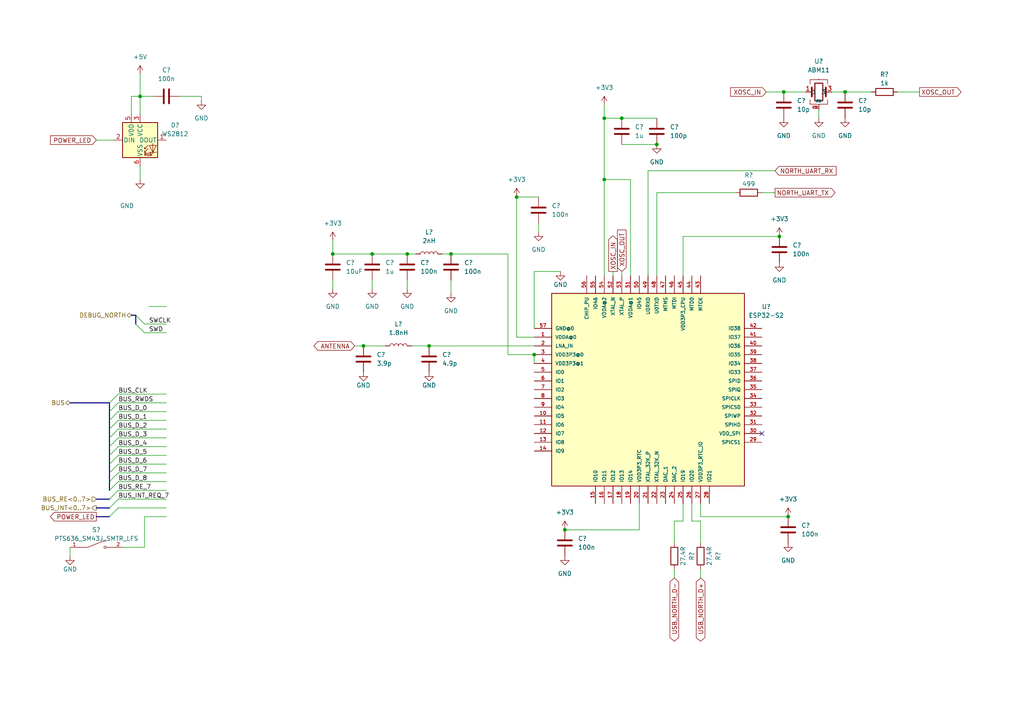
<source format=kicad_sch>
(kicad_sch (version 20211123) (generator eeschema)
  (paper "A4")
  (lib_symbols
    (symbol "ABM11:ABM11"
      (property "Reference" "U" (at 0 0 0))
      (property "Value" "ABM11" (at 0 -2.54 0))
      (symbol "ABM11_0_1"
        (rectangle (start -1.143 -6.35) (end 1.143 -11.43) (stroke (width 0.3048)))
        (polyline (pts (xy -2.54 -8.89) (xy -2.032 -8.89)))
        (polyline (pts (xy -2.032 -10.16) (xy -2.032 -7.62)) (stroke (width 0.508)))
        (polyline (pts (xy 0 -12.7) (xy 0 -12.446)))
        (polyline (pts (xy 0 -5.334) (xy 0 -5.08)))
        (polyline (pts (xy 2.032 -10.16) (xy 2.032 -7.62)) (stroke (width 0.508)))
        (polyline (pts (xy 2.032 -8.89) (xy 2.54 -8.89)))
        (polyline (pts (xy -2.54 -11.176) (xy -2.54 -12.446) (xy 2.54 -12.446) (xy 2.54 -11.176)))
        (polyline (pts (xy -2.54 -6.604) (xy -2.54 -5.334) (xy 2.54 -5.334) (xy 2.54 -6.604)))
      )
      (symbol "ABM11_1_1"
        (pin passive line (at -3.81 -8.89 0) (length 1.27) (name "1") (number "1"))
        (pin passive line (at 0 -13.97 90) (length 1.27) (name "2") (number "2"))
        (pin passive line (at 3.81 -8.89 180) (length 1.27) (name "3") (number "3"))
        (pin passive line (at 0 -13.97 90) (length 1.27) (name "4") (number "4"))
      )
    )
    (symbol "Device:C" (pin_numbers hide) (pin_names (offset 0.254))
      (property "Reference" "C" (at 0.635 2.54 0))
      (property "Value" "C" (at 0.635 -2.54 0))
      (symbol "C_0_1"
        (polyline (pts (xy -2.032 -0.762) (xy 2.032 -0.762)) (stroke (width 0.508)))
        (polyline (pts (xy -2.032 0.762) (xy 2.032 0.762)) (stroke (width 0.508)))
      )
      (symbol "C_1_1"
        (pin passive line (at 0 3.81 270) (length 2.794) (name "~") (number "1"))
        (pin passive line (at 0 -3.81 90) (length 2.794) (name "~") (number "2"))
      )
    )
    (symbol "Device:L" (pin_numbers hide) (pin_names (offset 1.016) hide)
      (property "Reference" "L" (at -1.27 0 90))
      (property "Value" "L" (at 1.905 0 90))
      (symbol "L_0_1"
        (arc (start 0 -2.54) (mid 0.635 -1.905) (end 0 -1.27))
        (arc (start 0 -1.27) (mid 0.635 -0.635) (end 0 0))
        (arc (start 0 0) (mid 0.635 0.635) (end 0 1.27))
        (arc (start 0 1.27) (mid 0.635 1.905) (end 0 2.54))
      )
      (symbol "L_1_1"
        (pin passive line (at 0 3.81 270) (length 1.27) (name "1") (number "1"))
        (pin passive line (at 0 -3.81 90) (length 1.27) (name "2") (number "2"))
      )
    )
    (symbol "Device:R" (pin_numbers hide) (pin_names (offset 0))
      (property "Reference" "R" (at 2.032 0 90))
      (property "Value" "R" (at 0 0 90))
      (symbol "R_0_1"
        (rectangle (start -1.016 -2.54) (end 1.016 2.54) (stroke (width 0.254)))
      )
      (symbol "R_1_1"
        (pin passive line (at 0 3.81 270) (length 1.27) (name "~") (number "1"))
        (pin passive line (at 0 -3.81 90) (length 1.27) (name "~") (number "2"))
      )
    )
    (symbol "ESP32-S2:ESP32-S2" (pin_names (offset 1.016))
      (property "Reference" "U" (at -27.94 28.194 0))
      (property "Value" "ESP32-S2" (at -25.4 -30.48 0))
      (symbol "ESP32-S2_0_0"
        (rectangle (start -27.94 -27.94) (end 27.94 27.94) (stroke (width 0.254)) (fill (type background)))
        (pin power_in line (at -33.02 15.24 0) (length 5.08) (name "VDDA@0") (number "1"))
        (pin bidirectional line (at -33.02 -7.62 0) (length 5.08) (name "IO5") (number "10"))
        (pin bidirectional line (at -33.02 -10.16 0) (length 5.08) (name "IO6") (number "11"))
        (pin bidirectional line (at -33.02 -12.7 0) (length 5.08) (name "IO7") (number "12"))
        (pin bidirectional line (at -33.02 -15.24 0) (length 5.08) (name "IO8") (number "13"))
        (pin bidirectional line (at -33.02 -17.78 0) (length 5.08) (name "IO9") (number "14"))
        (pin bidirectional line (at -15.24 -33.02 90) (length 5.08) (name "IO10") (number "15"))
        (pin bidirectional line (at -12.7 -33.02 90) (length 5.08) (name "IO11") (number "16"))
        (pin bidirectional line (at -10.16 -33.02 90) (length 5.08) (name "IO12") (number "17"))
        (pin bidirectional line (at -7.62 -33.02 90) (length 5.08) (name "IO13") (number "18"))
        (pin bidirectional line (at -5.08 -33.02 90) (length 5.08) (name "IO14") (number "19"))
        (pin bidirectional line (at -33.02 12.7 0) (length 5.08) (name "LNA_IN") (number "2"))
        (pin power_in line (at -2.54 -33.02 90) (length 5.08) (name "VDD3P3_RTC") (number "20"))
        (pin bidirectional line (at 0 -33.02 90) (length 5.08) (name "XTAL_32K_P") (number "21"))
        (pin bidirectional line (at 2.54 -33.02 90) (length 5.08) (name "XTAL_32K_N") (number "22"))
        (pin bidirectional line (at 5.08 -33.02 90) (length 5.08) (name "DAC_1") (number "23"))
        (pin bidirectional line (at 7.62 -33.02 90) (length 5.08) (name "DAC_2") (number "24"))
        (pin bidirectional line (at 10.16 -33.02 90) (length 5.08) (name "IO19") (number "25"))
        (pin bidirectional line (at 12.7 -33.02 90) (length 5.08) (name "IO20") (number "26"))
        (pin power_in line (at 15.24 -33.02 90) (length 5.08) (name "VDD3P3_RTC_IO") (number "27"))
        (pin bidirectional line (at 17.78 -33.02 90) (length 5.08) (name "IO21") (number "28"))
        (pin bidirectional line (at 33.02 -15.24 180) (length 5.08) (name "SPICS1") (number "29"))
        (pin power_in line (at -33.02 10.16 0) (length 5.08) (name "VDD3P3@0") (number "3"))
        (pin power_in line (at 33.02 -12.7 180) (length 5.08) (name "VDD_SPI") (number "30"))
        (pin bidirectional line (at 33.02 -10.16 180) (length 5.08) (name "SPIHD") (number "31"))
        (pin bidirectional line (at 33.02 -7.62 180) (length 5.08) (name "SPIWP") (number "32"))
        (pin bidirectional line (at 33.02 -5.08 180) (length 5.08) (name "SPICS0") (number "33"))
        (pin bidirectional line (at 33.02 -2.54 180) (length 5.08) (name "SPICLK") (number "34"))
        (pin bidirectional line (at 33.02 0 180) (length 5.08) (name "SPIQ") (number "35"))
        (pin bidirectional line (at 33.02 2.54 180) (length 5.08) (name "SPID") (number "36"))
        (pin bidirectional line (at 33.02 5.08 180) (length 5.08) (name "IO33") (number "37"))
        (pin bidirectional line (at 33.02 7.62 180) (length 5.08) (name "IO34") (number "38"))
        (pin bidirectional line (at 33.02 10.16 180) (length 5.08) (name "IO35") (number "39"))
        (pin power_in line (at -33.02 7.62 0) (length 5.08) (name "VDD3P3@1") (number "4"))
        (pin bidirectional line (at 33.02 12.7 180) (length 5.08) (name "IO36") (number "40"))
        (pin bidirectional line (at 33.02 15.24 180) (length 5.08) (name "IO37") (number "41"))
        (pin bidirectional line (at 33.02 17.78 180) (length 5.08) (name "IO38") (number "42"))
        (pin bidirectional line (at 15.24 33.02 270) (length 5.08) (name "MTCK") (number "43"))
        (pin bidirectional line (at 12.7 33.02 270) (length 5.08) (name "MTD0") (number "44"))
        (pin power_in line (at 10.16 33.02 270) (length 5.08) (name "VDD3P3_CPU") (number "45"))
        (pin bidirectional line (at 7.62 33.02 270) (length 5.08) (name "MTDI") (number "46"))
        (pin bidirectional line (at 5.08 33.02 270) (length 5.08) (name "MTMS") (number "47"))
        (pin bidirectional line (at 2.54 33.02 270) (length 5.08) (name "U0TXD") (number "48"))
        (pin bidirectional line (at 0 33.02 270) (length 5.08) (name "U0RXD") (number "49"))
        (pin bidirectional line (at -33.02 5.08 0) (length 5.08) (name "IO0") (number "5"))
        (pin bidirectional line (at -2.54 33.02 270) (length 5.08) (name "IO45") (number "50"))
        (pin power_in line (at -5.08 33.02 270) (length 5.08) (name "VDDA@1") (number "51"))
        (pin bidirectional line (at -10.16 33.02 270) (length 5.08) (name "XTAL_N") (number "52"))
        (pin bidirectional line (at -7.62 33.02 270) (length 5.08) (name "XTAL_P") (number "53"))
        (pin power_in line (at -12.7 33.02 270) (length 5.08) (name "VDDA@2") (number "54"))
        (pin input line (at -15.24 33.02 270) (length 5.08) (name "IO46") (number "55"))
        (pin input line (at -17.78 33.02 270) (length 5.08) (name "CHIP_PU") (number "56"))
        (pin power_in line (at -33.02 17.78 0) (length 5.08) (name "GND@0") (number "57"))
        (pin bidirectional line (at -33.02 2.54 0) (length 5.08) (name "IO1") (number "6"))
        (pin bidirectional line (at -33.02 0 0) (length 5.08) (name "IO2") (number "7"))
        (pin bidirectional line (at -33.02 -2.54 0) (length 5.08) (name "IO3") (number "8"))
        (pin bidirectional line (at -33.02 -5.08 0) (length 5.08) (name "IO4") (number "9"))
      )
    )
    (symbol "LED:WS2812" (pin_names (offset 0.254))
      (property "Reference" "D" (at 5.08 5.715 0))
      (property "Value" "WS2812" (at 1.27 -5.715 0))
      (symbol "WS2812_0_0"
        (text "RGB" (at 2.286 -4.191 0) (effects (font (size 0.762 0.762))))
      )
      (symbol "WS2812_0_1"
        (polyline (pts (xy 1.27 -3.556) (xy 1.778 -3.556)))
        (polyline (pts (xy 1.27 -2.54) (xy 1.778 -2.54)))
        (polyline (pts (xy 4.699 -3.556) (xy 2.667 -3.556)))
        (polyline (pts (xy 2.286 -2.54) (xy 1.27 -3.556) (xy 1.27 -3.048)))
        (polyline (pts (xy 2.286 -1.524) (xy 1.27 -2.54) (xy 1.27 -2.032)))
        (polyline (pts (xy 3.683 -1.016) (xy 3.683 -3.556) (xy 3.683 -4.064)))
        (polyline (pts (xy 4.699 -1.524) (xy 2.667 -1.524) (xy 3.683 -3.556) (xy 4.699 -1.524)))
        (rectangle (start 5.08 5.08) (end -5.08 -5.08) (stroke (width 0.254)) (fill (type background)))
      )
      (symbol "WS2812_1_1"
        (pin output line (at 7.62 0 180) (length 2.54) (name "DOUT") (number "1"))
        (pin input line (at -7.62 0 0) (length 2.54) (name "DIN") (number "2"))
        (pin power_in line (at 0 7.62 270) (length 2.54) (name "VCC") (number "3"))
        (pin no_connect line (at 5.08 2.54 180) (length 2.54) hide (name "NC") (number "4"))
        (pin power_in line (at -2.54 7.62 270) (length 2.54) (name "VDD") (number "5"))
        (pin power_in line (at 0 -7.62 90) (length 2.54) (name "VSS") (number "6"))
      )
    )
    (symbol "PTS636_SM43J_SMTR_LFS:PTS636_SM43J_SMTR_LFS" (pin_names (offset 1.016) hide)
      (property "Reference" "S" (at -2.54 2.54 0))
      (property "Value" "PTS636_SM43J_SMTR_LFS" (at -2.54 -2.54 0))
      (symbol "PTS636_SM43J_SMTR_LFS_0_0"
        (polyline (pts (xy -2.54 0) (xy -5.08 0)) (stroke (width 0.1524)))
        (polyline (pts (xy -2.54 0) (xy 2.794 2.1336)) (stroke (width 0.1524)))
        (polyline (pts (xy 5.08 0) (xy 2.921 0)) (stroke (width 0.1524)))
        (circle (center 2.54 0) (radius 0.3302) (stroke (width 0.1524)))
        (pin passive line (at -7.62 0 0) (length 2.54) (name "~") (number "1"))
        (pin passive line (at 7.62 0 180) (length 2.54) (name "~") (number "2"))
      )
    )
    (symbol "power:+3V3" (power) (pin_names (offset 0))
      (property "Value" "+3V3" (at 0 3.556 0))
      (symbol "+3V3_0_1"
        (polyline (pts (xy -0.762 1.27) (xy 0 2.54)))
        (polyline (pts (xy 0 0) (xy 0 2.54)))
        (polyline (pts (xy 0 2.54) (xy 0.762 1.27)))
      )
      (symbol "+3V3_1_1"
        (pin power_in line (at 0 0 90) (length 0) hide (name "+3V3") (number "1"))
      )
    )
    (symbol "power:+5V" (power) (pin_names (offset 0))
      (property "Value" "+5V" (at 0 3.556 0))
      (symbol "+5V_0_1"
        (polyline (pts (xy -0.762 1.27) (xy 0 2.54)))
        (polyline (pts (xy 0 0) (xy 0 2.54)))
        (polyline (pts (xy 0 2.54) (xy 0.762 1.27)))
      )
      (symbol "+5V_1_1"
        (pin power_in line (at 0 0 90) (length 0) hide (name "+5V") (number "1"))
      )
    )
    (symbol "power:GND" (power) (pin_names (offset 0))
      (property "Value" "GND" (at 0 -3.81 0))
      (symbol "GND_0_1"
        (polyline (pts (xy 0 0) (xy 0 -1.27) (xy 1.27 -1.27) (xy 0 -2.54) (xy -1.27 -1.27) (xy 0 -1.27)))
      )
      (symbol "GND_1_1"
        (pin power_in line (at 0 0 270) (length 0) hide (name "GND") (number "1"))
      )
    )
  )
  (junction (at 105.41 100.33))
  (junction (at 245.11 26.67))
  (junction (at 180.34 34.29))
  (junction (at 118.11 73.66))
  (junction (at 40.64 27.94))
  (junction (at 175.26 52.07))
  (junction (at 228.6 149.86))
  (junction (at 130.81 73.66))
  (junction (at 163.83 153.67))
  (junction (at 175.26 34.29))
  (junction (at 124.46 100.33))
  (junction (at 226.06 68.58))
  (junction (at 149.86 57.15))
  (junction (at 154.94 102.87))
  (junction (at 107.95 73.66))
  (junction (at 227.33 26.67))
  (junction (at 190.5 41.91))
  (junction (at 96.52 73.66))
  (no_connect (at 220.98 125.73))
  (bus_entry (at 31.75 149.86) (size 2.54 -2.54))
  (bus_entry (at 31.75 124.46) (size 2.54 -2.54))
  (bus_entry (at 31.75 119.38) (size 2.54 -2.54))
  (bus_entry (at 31.75 116.84) (size 2.54 -2.54))
  (bus_entry (at 31.75 144.78) (size 2.54 -2.54))
  (bus_entry (at 31.75 137.16) (size 2.54 -2.54))
  (bus_entry (at 39.37 93.98) (size 2.54 2.54))
  (bus_entry (at 31.75 147.32) (size 2.54 -2.54))
  (bus_entry (at 39.37 91.44) (size 2.54 2.54))
  (bus_entry (at 31.75 129.54) (size 2.54 -2.54))
  (bus_entry (at 31.75 132.08) (size 2.54 -2.54))
  (bus_entry (at 31.75 139.7) (size 2.54 -2.54))
  (bus_entry (at 31.75 127) (size 2.54 -2.54))
  (bus_entry (at 31.75 142.24) (size 2.54 -2.54))
  (bus_entry (at 31.75 121.92) (size 2.54 -2.54))
  (bus_entry (at 31.75 134.62) (size 2.54 -2.54))
  (wire (pts (xy 124.46 100.33) (xy 154.94 100.33)))
  (wire (pts (xy 190.5 55.88) (xy 190.5 80.01)))
  (wire (pts (xy 34.29 142.24) (xy 48.26 142.24)))
  (wire (pts (xy 34.29 116.84) (xy 48.26 116.84)))
  (wire (pts (xy 41.91 93.98) (xy 48.26 93.98)))
  (wire (pts (xy 156.21 64.77) (xy 156.21 67.31)))
  (bus (pts (xy 27.94 144.78) (xy 31.75 144.78)))
  (wire (pts (xy 120.65 73.66) (xy 118.11 73.66)))
  (wire (pts (xy 96.52 73.66) (xy 107.95 73.66)))
  (wire (pts (xy 175.26 52.07) (xy 182.88 52.07)))
  (wire (pts (xy 40.64 27.94) (xy 44.45 27.94)))
  (wire (pts (xy 34.29 137.16) (xy 48.26 137.16)))
  (wire (pts (xy 203.2 165.1) (xy 203.2 167.64)))
  (wire (pts (xy 41.91 149.86) (xy 48.26 149.86)))
  (wire (pts (xy 96.52 81.28) (xy 96.52 83.82)))
  (wire (pts (xy 41.91 158.75) (xy 41.91 149.86)))
  (wire (pts (xy 154.94 97.79) (xy 149.86 97.79)))
  (bus (pts (xy 38.1 91.44) (xy 39.37 91.44)))
  (bus (pts (xy 31.75 129.54) (xy 31.75 127)))
  (wire (pts (xy 34.29 119.38) (xy 48.26 119.38)))
  (wire (pts (xy 52.07 27.94) (xy 58.42 27.94)))
  (wire (pts (xy 154.94 102.87) (xy 147.32 102.87)))
  (wire (pts (xy 200.66 146.05) (xy 200.66 151.13)))
  (wire (pts (xy 27.94 40.64) (xy 33.02 40.64)))
  (wire (pts (xy 195.58 165.1) (xy 195.58 167.64)))
  (wire (pts (xy 260.35 26.67) (xy 266.7 26.67)))
  (wire (pts (xy 203.2 151.13) (xy 203.2 157.48)))
  (wire (pts (xy 38.1 27.94) (xy 38.1 33.02)))
  (wire (pts (xy 34.29 139.7) (xy 48.26 139.7)))
  (bus (pts (xy 31.75 124.46) (xy 31.75 121.92)))
  (wire (pts (xy 241.3 26.67) (xy 245.11 26.67)))
  (wire (pts (xy 105.41 100.33) (xy 111.76 100.33)))
  (wire (pts (xy 34.29 134.62) (xy 48.26 134.62)))
  (wire (pts (xy 118.11 81.28) (xy 118.11 83.82)))
  (wire (pts (xy 180.34 41.91) (xy 190.5 41.91)))
  (wire (pts (xy 195.58 151.13) (xy 195.58 157.48)))
  (wire (pts (xy 175.26 34.29) (xy 175.26 52.07)))
  (wire (pts (xy 34.29 144.78) (xy 48.26 144.78)))
  (wire (pts (xy 198.12 146.05) (xy 198.12 151.13)))
  (wire (pts (xy 203.2 149.86) (xy 203.2 146.05)))
  (wire (pts (xy 147.32 102.87) (xy 147.32 73.66)))
  (wire (pts (xy 43.18 88.9) (xy 48.26 88.9)))
  (wire (pts (xy 107.95 73.66) (xy 118.11 73.66)))
  (wire (pts (xy 175.26 30.48) (xy 175.26 34.29)))
  (wire (pts (xy 185.42 153.67) (xy 185.42 146.05)))
  (bus (pts (xy 31.75 142.24) (xy 31.75 139.7)))
  (wire (pts (xy 34.29 127) (xy 48.26 127)))
  (wire (pts (xy 198.12 151.13) (xy 195.58 151.13)))
  (bus (pts (xy 39.37 93.98) (xy 39.37 91.44)))
  (bus (pts (xy 27.94 149.86) (xy 31.75 149.86)))
  (bus (pts (xy 31.75 127) (xy 31.75 124.46)))
  (wire (pts (xy 40.64 27.94) (xy 38.1 27.94)))
  (wire (pts (xy 190.5 55.88) (xy 213.36 55.88)))
  (wire (pts (xy 149.86 57.15) (xy 149.86 97.79)))
  (wire (pts (xy 245.11 26.67) (xy 252.73 26.67)))
  (wire (pts (xy 34.29 114.3) (xy 48.26 114.3)))
  (wire (pts (xy 226.06 68.58) (xy 198.12 68.58)))
  (wire (pts (xy 175.26 34.29) (xy 180.34 34.29)))
  (wire (pts (xy 154.94 78.74) (xy 162.56 78.74)))
  (wire (pts (xy 34.29 132.08) (xy 48.26 132.08)))
  (wire (pts (xy 34.29 124.46) (xy 48.26 124.46)))
  (wire (pts (xy 200.66 151.13) (xy 203.2 151.13)))
  (wire (pts (xy 228.6 149.86) (xy 203.2 149.86)))
  (bus (pts (xy 31.75 137.16) (xy 31.75 134.62)))
  (wire (pts (xy 177.8 78.74) (xy 177.8 80.01)))
  (wire (pts (xy 227.33 26.67) (xy 233.68 26.67)))
  (wire (pts (xy 96.52 69.85) (xy 96.52 73.66)))
  (bus (pts (xy 31.75 134.62) (xy 31.75 132.08)))
  (wire (pts (xy 34.29 147.32) (xy 48.26 147.32)))
  (wire (pts (xy 40.64 48.26) (xy 40.64 52.07)))
  (wire (pts (xy 130.81 73.66) (xy 147.32 73.66)))
  (wire (pts (xy 130.81 81.28) (xy 130.81 85.09)))
  (wire (pts (xy 41.91 96.52) (xy 48.26 96.52)))
  (wire (pts (xy 154.94 95.25) (xy 154.94 78.74)))
  (wire (pts (xy 187.96 80.01) (xy 187.96 49.53)))
  (bus (pts (xy 31.75 119.38) (xy 31.75 116.84)))
  (wire (pts (xy 40.64 27.94) (xy 40.64 33.02)))
  (wire (pts (xy 102.87 100.33) (xy 105.41 100.33)))
  (wire (pts (xy 180.34 34.29) (xy 190.5 34.29)))
  (wire (pts (xy 107.95 81.28) (xy 107.95 83.82)))
  (wire (pts (xy 237.49 31.75) (xy 237.49 34.29)))
  (bus (pts (xy 31.75 132.08) (xy 31.75 129.54)))
  (wire (pts (xy 119.38 100.33) (xy 124.46 100.33)))
  (bus (pts (xy 27.94 147.32) (xy 31.75 147.32)))
  (bus (pts (xy 31.75 121.92) (xy 31.75 119.38)))
  (bus (pts (xy 31.75 139.7) (xy 31.75 137.16)))
  (wire (pts (xy 220.98 55.88) (xy 224.79 55.88)))
  (wire (pts (xy 128.27 73.66) (xy 130.81 73.66)))
  (wire (pts (xy 154.94 102.87) (xy 154.94 105.41)))
  (wire (pts (xy 58.42 29.21) (xy 58.42 27.94)))
  (wire (pts (xy 182.88 52.07) (xy 182.88 80.01)))
  (wire (pts (xy 20.32 158.75) (xy 20.32 161.29)))
  (wire (pts (xy 35.56 158.75) (xy 41.91 158.75)))
  (wire (pts (xy 187.96 49.53) (xy 224.79 49.53)))
  (wire (pts (xy 198.12 68.58) (xy 198.12 80.01)))
  (wire (pts (xy 175.26 52.07) (xy 175.26 80.01)))
  (wire (pts (xy 34.29 121.92) (xy 48.26 121.92)))
  (wire (pts (xy 163.83 153.67) (xy 185.42 153.67)))
  (bus (pts (xy 20.32 116.84) (xy 31.75 116.84)))
  (wire (pts (xy 40.64 21.59) (xy 40.64 27.94)))
  (wire (pts (xy 180.34 78.74) (xy 180.34 80.01)))
  (wire (pts (xy 222.25 26.67) (xy 227.33 26.67)))
  (wire (pts (xy 149.86 57.15) (xy 156.21 57.15)))
  (wire (pts (xy 34.29 129.54) (xy 48.26 129.54)))
  (label "BUS_CLK" (at 34.29 114.3 0))
  (label "BUS_D_1" (at 34.29 121.92 0))
  (label "SWCLK" (at 43.18 93.98 0))
  (label "BUS_D_6" (at 34.29 134.62 0))
  (label "BUS_D_2" (at 34.29 124.46 0))
  (label "BUS_D_5" (at 34.29 132.08 0))
  (label "BUS_RWDS" (at 34.29 116.84 0))
  (label "BUS_D_4" (at 34.29 129.54 0))
  (label "SWD" (at 43.18 96.52 0))
  (label "BUS_RE_7" (at 34.29 142.24 0))
  (label "BUS_D_0" (at 34.29 119.38 0))
  (label "BUS_D_7" (at 34.29 137.16 0))
  (label "BUS_D_8" (at 34.29 139.7 0))
  (label "BUS_INT_REQ_7" (at 34.29 144.78 0))
  (label "BUS_D_3" (at 34.29 127 0))
  (global_label "POWER_LED" (shape input) (at 27.94 40.64 180) (property "Odnośniki między arkuszami" "${INTERSHEET_REFS}" (effects hide)))
  (global_label "XOSC_OUT" (shape input) (at 180.34 78.74 90) (property "Odnośniki między arkuszami" "${INTERSHEET_REFS}" (effects hide)))
  (global_label "USB_NORTH_D+" (shape bidirectional) (at 203.2 167.64 270) (property "Odnośniki między arkuszami" "${INTERSHEET_REFS}" (effects hide)))
  (global_label "ANTENNA" (shape bidirectional) (at 102.87 100.33 180) (property "Odnośniki między arkuszami" "${INTERSHEET_REFS}" (effects hide)))
  (global_label "NORTH_UART_TX" (shape output) (at 224.79 55.88 0) (property "Odnośniki między arkuszami" "${INTERSHEET_REFS}" (effects hide)))
  (global_label "XOSC_IN" (shape output) (at 177.8 78.74 90) (property "Odnośniki między arkuszami" "${INTERSHEET_REFS}" (effects hide)))
  (global_label "NORTH_UART_RX" (shape input) (at 224.79 49.53 0) (property "Odnośniki między arkuszami" "${INTERSHEET_REFS}" (effects hide)))
  (global_label "POWER_LED" (shape output) (at 27.94 149.86 180) (property "Odnośniki między arkuszami" "${INTERSHEET_REFS}" (effects hide)))
  (global_label "XOSC_IN" (shape input) (at 222.25 26.67 180) (property "Odnośniki między arkuszami" "${INTERSHEET_REFS}" (effects hide)))
  (global_label "XOSC_OUT" (shape output) (at 266.7 26.67 0) (property "Odnośniki między arkuszami" "${INTERSHEET_REFS}" (effects hide)))
  (global_label "USB_NORTH_D-" (shape bidirectional) (at 195.58 167.64 270) (property "Odnośniki między arkuszami" "${INTERSHEET_REFS}" (effects hide)))
  (hierarchical_label "BUS" (shape bidirectional) (at 20.32 116.84 180))
  (hierarchical_label "BUS_RE<0..7>" (shape input) (at 27.94 144.78 180))
  (hierarchical_label "BUS_INT<0..7>" (shape output) (at 27.94 147.32 180))
  (hierarchical_label "DEBUG_NORTH" (shape bidirectional) (at 38.1 91.44 180))
  (symbol (lib_id "Device:C") (at 245.11 30.48 0) (unit 1)
    (property "Reference" "C?" (at 248.92 29.2099 0) (effects (justify left)))
    (property "Value" "10p" (at 248.92 31.7499 0) (effects (justify left)))
    (property "Footprint" "Capacitor_SMD:C_0402_1005Metric_Pad0.74x0.62mm_HandSolder" (effects hide))
  )
  (symbol (lib_id "Device:C") (at 180.34 38.1 0) (unit 1)
    (property "Reference" "C?" (at 184.15 36.8299 0) (effects (justify left)))
    (property "Value" "1u" (at 184.15 39.3699 0) (effects (justify left)))
    (property "Footprint" "Capacitor_SMD:C_0402_1005Metric_Pad0.74x0.62mm_HandSolder" (effects hide))
  )
  (symbol (lib_id "power:GND") (at 20.32 161.29 0) (unit 1)
    (property "Reference" "#PWR?" (effects hide))
    (property "Value" "GND" (at 20.32 165.1 0))
  )
  (symbol (lib_id "PTS636_SM43J_SMTR_LFS:PTS636_SM43J_SMTR_LFS") (at 27.94 158.75 0) (unit 1)
    (property "Reference" "S?" (at 27.94 153.67 0))
    (property "Value" "PTS636_SM43J_SMTR_LFS" (at 27.94 156.21 0))
    (property "Footprint" "SW_PTS636_SM43J_SMTR_LFS" (effects hide))
    (property "PARTREV" "27 mar 19" (effects hide))
    (property "MANUFACTURER" "C&K" (effects hide))
    (property "STANDARD" "Manufacturer Recommendations" (effects hide))
    (property "MAXIMUM_PACKAGE_HEIGHT" "4.3 mm" (effects hide))
  )
  (symbol (lib_id "power:GND") (at 162.56 78.74 0) (unit 1)
    (property "Reference" "#PWR?" (effects hide))
    (property "Value" "GND" (at 162.56 82.55 0))
  )
  (symbol (lib_id "power:GND") (at 190.5 41.91 0) (unit 1)
    (property "Reference" "#PWR?" (effects hide))
    (property "Value" "GND" (at 190.5 46.99 0))
  )
  (symbol (lib_id "power:GND") (at 227.33 34.29 0) (unit 1)
    (property "Reference" "#PWR?" (effects hide))
    (property "Value" "GND" (at 227.33 39.37 0))
  )
  (symbol (lib_id "power:GND") (at 58.42 29.21 0) (unit 1)
    (property "Reference" "#PWR?" (effects hide))
    (property "Value" "GND" (at 58.42 34.29 0))
  )
  (symbol (lib_id "Device:C") (at 96.52 77.47 0) (unit 1)
    (property "Reference" "C?" (at 100.33 76.2 0) (effects (justify left)))
    (property "Value" "10uF" (at 100.33 78.74 0) (effects (justify left)))
    (property "Footprint" "Capacitor_SMD:C_0402_1005Metric_Pad0.74x0.62mm_HandSolder" (effects hide))
  )
  (symbol (lib_id "power:+3V3") (at 96.52 69.85 0) (unit 1)
    (property "Reference" "#PWR?" (effects hide))
    (property "Value" "+3V3" (at 96.52 64.77 0))
  )
  (symbol (lib_id "Device:C") (at 130.81 77.47 0) (unit 1)
    (property "Reference" "C?" (at 134.62 76.1999 0) (effects (justify left)))
    (property "Value" "100n" (at 134.62 78.7399 0) (effects (justify left)))
    (property "Footprint" "Capacitor_SMD:C_0402_1005Metric_Pad0.74x0.62mm_HandSolder" (effects hide))
  )
  (symbol (lib_id "power:GND") (at 124.46 107.95 0) (unit 1)
    (property "Reference" "#PWR?" (effects hide))
    (property "Value" "GND" (at 124.46 111.76 0))
  )
  (symbol (lib_id "Device:C") (at 105.41 104.14 0) (unit 1)
    (property "Reference" "C?" (at 109.22 102.8699 0) (effects (justify left)))
    (property "Value" "3.9p" (at 109.22 105.4099 0) (effects (justify left)))
    (property "Footprint" "Capacitor_SMD:C_01005_0402Metric_Pad0.57x0.30mm_HandSolder" (effects hide))
  )
  (symbol (lib_id "Device:L") (at 115.57 100.33 90) (unit 1)
    (property "Reference" "L?" (at 115.57 93.98 90))
    (property "Value" "1.8nH" (at 115.57 96.52 90))
  )
  (symbol (lib_id "power:GND") (at 156.21 67.31 0) (unit 1)
    (property "Reference" "#PWR?" (effects hide))
    (property "Value" "GND" (at 156.21 72.39 0))
  )
  (symbol (lib_id "power:GND") (at 105.41 107.95 0) (unit 1)
    (property "Reference" "#PWR?" (effects hide))
    (property "Value" "GND" (at 105.41 111.76 0))
  )
  (symbol (lib_id "Device:C") (at 118.11 77.47 0) (unit 1)
    (property "Reference" "C?" (at 121.92 76.1999 0) (effects (justify left)))
    (property "Value" "100n" (at 121.92 78.7399 0) (effects (justify left)))
    (property "Footprint" "Capacitor_SMD:C_0402_1005Metric_Pad0.74x0.62mm_HandSolder" (effects hide))
  )
  (symbol (lib_id "Device:C") (at 226.06 72.39 0) (unit 1)
    (property "Reference" "C?" (at 229.87 71.1199 0) (effects (justify left)))
    (property "Value" "100n" (at 229.87 73.6599 0) (effects (justify left)))
    (property "Footprint" "Capacitor_SMD:C_0402_1005Metric_Pad0.74x0.62mm_HandSolder" (effects hide))
  )
  (symbol (lib_id "ESP32-S2:ESP32-S2") (at 187.96 113.03 0) (unit 1)
    (property "Reference" "U?" (at 222.25 88.9506 0))
    (property "Value" "ESP32-S2" (at 222.25 91.4906 0))
    (property "Footprint" "QFN40P700X700X90-57T400N" (effects hide))
    (property "MANUFACTURER_NAME" "Espressif Systems" (effects hide))
    (property "PACKAGE" "QFN-56" (effects hide))
    (property "MANUFACTURER_PART_NUMBE" "ESP32-S2" (effects hide))
    (property "DESCRIPTION" "WiFi Modules (802.11) SMD IC WiFi 56 Pin Single Core" (effects hide))
  )
  (symbol (lib_id "Device:C") (at 124.46 104.14 0) (unit 1)
    (property "Reference" "C?" (at 128.27 102.8699 0) (effects (justify left)))
    (property "Value" "4.9p" (at 128.27 105.4099 0) (effects (justify left)))
  )
  (symbol (lib_id "power:+3V3") (at 149.86 57.15 0) (unit 1)
    (property "Reference" "#PWR?" (effects hide))
    (property "Value" "+3V3" (at 149.86 52.07 0))
  )
  (symbol (lib_id "power:GND") (at 118.11 83.82 0) (unit 1)
    (property "Reference" "#PWR?" (effects hide))
    (property "Value" "GND" (at 118.11 88.9 0))
  )
  (symbol (lib_id "power:+3V3") (at 163.83 153.67 0) (unit 1)
    (property "Reference" "#PWR?" (effects hide))
    (property "Value" "+3V3" (at 163.83 148.59 0))
  )
  (symbol (lib_id "Device:L") (at 124.46 73.66 90) (unit 1)
    (property "Reference" "L?" (at 124.46 67.31 90))
    (property "Value" "2nH" (at 124.46 69.85 90))
  )
  (symbol (lib_id "power:GND") (at 96.52 83.82 0) (unit 1)
    (property "Reference" "#PWR?" (effects hide))
    (property "Value" "GND" (at 96.52 88.9 0))
  )
  (symbol (lib_id "power:GND") (at 226.06 76.2 0) (unit 1)
    (property "Reference" "#PWR?" (effects hide))
    (property "Value" "GND" (at 226.06 81.28 0))
  )
  (symbol (lib_id "Device:R") (at 256.54 26.67 90) (unit 1)
    (property "Reference" "R?" (at 256.54 21.59 90))
    (property "Value" "1k" (at 256.54 24.13 90))
    (property "Footprint" "Resistor_SMD:R_0402_1005Metric_Pad0.72x0.64mm_HandSolder" (effects hide))
  )
  (symbol (lib_id "Device:R") (at 195.58 161.29 0) (unit 1)
    (property "Reference" "R?" (at 200.66 161.29 90))
    (property "Value" "27.4R" (at 198.12 161.29 90))
    (property "Footprint" "Resistor_SMD:R_0402_1005Metric_Pad0.72x0.64mm_HandSolder" (effects hide))
  )
  (symbol (lib_id "power:GND") (at 130.81 85.09 0) (unit 1)
    (property "Reference" "#PWR?" (effects hide))
    (property "Value" "GND" (at 130.81 90.17 0))
  )
  (symbol (lib_id "Device:R") (at 217.17 55.88 90) (unit 1)
    (property "Reference" "R?" (at 217.17 50.8 90))
    (property "Value" "499" (at 217.17 53.34 90))
    (property "Footprint" "Resistor_SMD:R_0402_1005Metric_Pad0.72x0.64mm_HandSolder" (effects hide))
  )
  (symbol (lib_id "Device:C") (at 107.95 77.47 0) (unit 1)
    (property "Reference" "C?" (at 111.76 76.1999 0) (effects (justify left)))
    (property "Value" "1u" (at 111.76 78.7399 0) (effects (justify left)))
    (property "Footprint" "Capacitor_SMD:C_0402_1005Metric_Pad0.74x0.62mm_HandSolder" (effects hide))
  )
  (symbol (lib_id "power:GND") (at 245.11 34.29 0) (unit 1)
    (property "Reference" "#PWR?" (effects hide))
    (property "Value" "GND" (at 245.11 39.37 0))
  )
  (symbol (lib_id "LED:WS2812") (at 40.64 40.64 0) (unit 1)
    (property "Reference" "D?" (at 50.8 36.3093 0))
    (property "Value" "WS2812" (at 50.8 38.8493 0))
    (property "Footprint" "LED_SMD:LED_WS2812_PLCC6_5.0x5.0mm_P1.6mm" (effects hide))
    (property "Datasheet" "https://cdn-shop.adafruit.com/datasheets/WS2812.pdf" (effects hide))
  )
  (symbol (lib_id "power:GND") (at 163.83 161.29 0) (unit 1)
    (property "Reference" "#PWR?" (effects hide))
    (property "Value" "GND" (at 163.83 166.37 0))
  )
  (symbol (lib_id "power:+3V3") (at 226.06 68.58 0) (unit 1)
    (property "Reference" "#PWR?" (effects hide))
    (property "Value" "+3V3" (at 226.06 63.5 0))
  )
  (symbol (lib_id "Device:R") (at 203.2 161.29 0) (unit 1)
    (property "Reference" "R?" (at 208.28 161.29 90))
    (property "Value" "27.4R" (at 205.74 161.29 90))
    (property "Footprint" "Resistor_SMD:R_0402_1005Metric_Pad0.72x0.64mm_HandSolder" (effects hide))
  )
  (symbol (lib_id "power:GND") (at 107.95 83.82 0) (unit 1)
    (property "Reference" "#PWR?" (effects hide))
    (property "Value" "GND" (at 107.95 88.9 0))
  )
  (symbol (lib_id "Device:C") (at 190.5 38.1 0) (unit 1)
    (property "Reference" "C?" (at 194.31 36.8299 0) (effects (justify left)))
    (property "Value" "100p" (at 194.31 39.3699 0) (effects (justify left)))
    (property "Footprint" "Capacitor_SMD:C_0402_1005Metric_Pad0.74x0.62mm_HandSolder" (effects hide))
  )
  (symbol (lib_id "power:+3V3") (at 175.26 30.48 0) (unit 1)
    (property "Reference" "#PWR?" (effects hide))
    (property "Value" "+3V3" (at 175.26 25.4 0))
  )
  (symbol (lib_id "power:GND") (at 228.6 157.48 0) (unit 1)
    (property "Reference" "#PWR?" (effects hide))
    (property "Value" "GND" (at 228.6 162.56 0))
  )
  (symbol (lib_id "Device:C") (at 228.6 153.67 0) (unit 1)
    (property "Reference" "C?" (at 232.41 152.3999 0) (effects (justify left)))
    (property "Value" "100n" (at 232.41 154.9399 0) (effects (justify left)))
    (property "Footprint" "Capacitor_SMD:C_0402_1005Metric_Pad0.74x0.62mm_HandSolder" (effects hide))
  )
  (symbol (lib_id "power:GND") (at 237.49 34.29 0) (unit 1)
    (property "Reference" "#PWR?" (effects hide))
    (property "Value" "GND" (at 237.49 39.37 0))
  )
  (symbol (lib_id "Device:C") (at 48.26 27.94 90) (unit 1)
    (property "Reference" "C?" (at 48.26 20.32 90))
    (property "Value" "100n" (at 48.26 22.86 90))
    (property "Footprint" "Capacitor_SMD:C_0402_1005Metric_Pad0.74x0.62mm_HandSolder" (effects hide))
  )
  (symbol (lib_id "Device:C") (at 156.21 60.96 0) (unit 1)
    (property "Reference" "C?" (at 160.02 59.6899 0) (effects (justify left)))
    (property "Value" "100n" (at 160.02 62.2299 0) (effects (justify left)))
    (property "Footprint" "Capacitor_SMD:C_0402_1005Metric_Pad0.74x0.62mm_HandSolder" (effects hide))
  )
  (symbol (lib_id "power:+3V3") (at 228.6 149.86 0) (unit 1)
    (property "Reference" "#PWR?" (effects hide))
    (property "Value" "+3V3" (at 228.6 144.78 0))
  )
  (symbol (lib_id "power:+5V") (at 40.64 21.59 0) (unit 1)
    (property "Reference" "#PWR?" (effects hide))
    (property "Value" "+5V" (at 40.64 16.51 0))
  )
  (symbol (lib_id "Device:C") (at 227.33 30.48 0) (unit 1)
    (property "Reference" "C?" (at 231.14 29.2099 0) (effects (justify left)))
    (property "Value" "10p" (at 231.14 31.7499 0) (effects (justify left)))
    (property "Footprint" "Capacitor_SMD:C_0402_1005Metric_Pad0.74x0.62mm_HandSolder" (effects hide))
  )
  (symbol (lib_id "power:GND") (at 40.64 52.07 0) (unit 1)
    (property "Reference" "#PWR?" (effects hide))
    (property "Value" "~" (at 36.83 59.69 0))
  )
  (symbol (lib_id "Device:C") (at 163.83 157.48 0) (unit 1)
    (property "Reference" "C?" (at 167.64 156.2099 0) (effects (justify left)))
    (property "Value" "100n" (at 167.64 158.7499 0) (effects (justify left)))
    (property "Footprint" "Capacitor_SMD:C_0402_1005Metric_Pad0.74x0.62mm_HandSolder" (effects hide))
  )
  (symbol (lib_id "ABM11:ABM11") (at 237.49 17.78 0) (unit 1)
    (property "Reference" "U?" (at 237.49 17.78 0))
    (property "Value" "ABM11" (at 237.49 20.32 0))
  )
)
</source>
